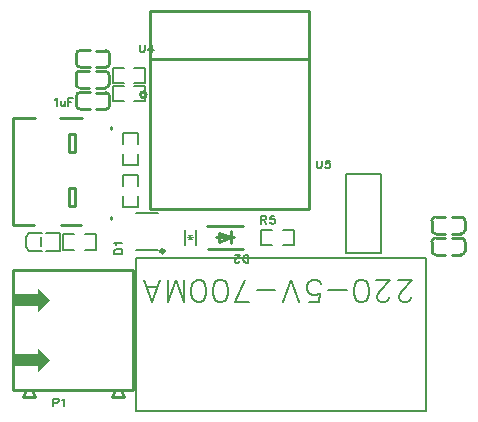
<source format=gto>
G04 Layer: TopSilkscreenLayer*
G04 EasyEDA Pro v2.2.32.3, 2024-10-30 17:40:40*
G04 Gerber Generator version 0.3*
G04 Scale: 100 percent, Rotated: No, Reflected: No*
G04 Dimensions in millimeters*
G04 Leading zeros omitted, absolute positions, 3 integers and 5 decimals*
%FSLAX35Y35*%
%MOMM*%
%ADD10C,0.1524*%
%ADD11C,0.2032*%
%ADD12C,0.254*%
%ADD13C,0.13*%
%ADD14C,0.1*%
%ADD15C,0.15001*%
%ADD16C,0.1359*%
%ADD17C,0.127*%
%ADD18C,0.3*%
G75*


G04 Text Start*
G54D10*
G01X-1473500Y1331937D02*
G01X-1467404Y1335239D01*
G01X-1458006Y1344383D01*
G01X-1458006Y1279359D01*
G01X-1427780Y1322793D02*
G01X-1427780Y1291805D01*
G01X-1424732Y1282407D01*
G01X-1418636Y1279359D01*
G01X-1409238Y1279359D01*
G01X-1403142Y1282407D01*
G01X-1393744Y1291805D01*
G01X-1393744Y1322793D02*
G01X-1393744Y1279359D01*
G01X-1363518Y1344383D02*
G01X-1363518Y1279359D01*
G01X-1363518Y1344383D02*
G01X-1323386Y1344383D01*
G01X-1363518Y1313395D02*
G01X-1338880Y1313395D01*
G01X-973944Y26681D02*
G01X-908920Y26681D01*
G01X-973944Y26681D02*
G01X-973944Y48271D01*
G01X-970896Y57669D01*
G01X-964800Y63765D01*
G01X-958450Y66813D01*
G01X-949306Y70115D01*
G01X-933812Y70115D01*
G01X-924414Y66813D01*
G01X-918318Y63765D01*
G01X-911968Y57669D01*
G01X-908920Y48271D01*
G01X-908920Y26681D01*
G01X-961498Y100341D02*
G01X-964800Y106437D01*
G01X-973944Y115581D01*
G01X-908920Y115581D01*
G01X159271Y-49187D02*
G01X159271Y15837D01*
G01X159271Y-49187D02*
G01X137681Y-49187D01*
G01X128283Y-46139D01*
G01X122187Y-40043D01*
G01X119139Y-33693D01*
G01X115837Y-24549D01*
G01X115837Y-9055D01*
G01X119139Y343D01*
G01X122187Y6439D01*
G01X128283Y12789D01*
G01X137681Y15837D01*
G01X159271Y15837D01*
G01X82563Y-33693D02*
G01X82563Y-36741D01*
G01X79515Y-43091D01*
G01X76467Y-46139D01*
G01X70371Y-49187D01*
G01X57925Y-49187D01*
G01X51575Y-46139D01*
G01X48527Y-43091D01*
G01X45479Y-36741D01*
G01X45479Y-30645D01*
G01X48527Y-24549D01*
G01X54877Y-15151D01*
G01X85611Y15837D01*
G01X42431Y15837D01*
G01X-1490980Y-1201166D02*
G01X-1490980Y-1266190D01*
G01X-1490980Y-1201166D02*
G01X-1463040Y-1201166D01*
G01X-1453896Y-1204214D01*
G01X-1450848Y-1207262D01*
G01X-1447546Y-1213612D01*
G01X-1447546Y-1222756D01*
G01X-1450848Y-1228852D01*
G01X-1453896Y-1232154D01*
G01X-1463040Y-1235202D01*
G01X-1490980Y-1235202D01*
G01X-1417320Y-1213612D02*
G01X-1411224Y-1210310D01*
G01X-1402080Y-1201166D01*
G01X-1402080Y-1266190D01*
G01X267891Y345714D02*
G01X267891Y280690D01*
G01X267891Y345714D02*
G01X295831Y345714D01*
G01X304975Y342666D01*
G01X308023Y339618D01*
G01X311325Y333268D01*
G01X311325Y327172D01*
G01X308023Y321076D01*
G01X304975Y318028D01*
G01X295831Y314726D01*
G01X267891Y314726D01*
G01X289481Y314726D02*
G01X311325Y280690D01*
G01X378635Y345714D02*
G01X347647Y345714D01*
G01X344599Y318028D01*
G01X347647Y321076D01*
G01X356791Y324124D01*
G01X366189Y324124D01*
G01X375587Y321076D01*
G01X381683Y314726D01*
G01X384731Y305582D01*
G01X384731Y299232D01*
G01X381683Y290088D01*
G01X375587Y283738D01*
G01X366189Y280690D01*
G01X356791Y280690D01*
G01X347647Y283738D01*
G01X344599Y287040D01*
G01X341551Y293136D01*
G01X-760082Y1797533D02*
G01X-760082Y1751051D01*
G01X-757034Y1741907D01*
G01X-750684Y1735557D01*
G01X-741540Y1732509D01*
G01X-735190Y1732509D01*
G01X-726046Y1735557D01*
G01X-719950Y1741907D01*
G01X-716648Y1751051D01*
G01X-716648Y1797533D01*
G01X-655688Y1797533D02*
G01X-686422Y1754353D01*
G01X-640194Y1754353D01*
G01X-655688Y1797533D02*
G01X-655688Y1732509D01*
G01X736623Y815475D02*
G01X736623Y768993D01*
G01X739671Y759849D01*
G01X746021Y753499D01*
G01X755165Y750451D01*
G01X761515Y750451D01*
G01X770659Y753499D01*
G01X776755Y759849D01*
G01X780057Y768993D01*
G01X780057Y815475D01*
G01X847367Y815475D02*
G01X816379Y815475D01*
G01X813331Y787789D01*
G01X816379Y790837D01*
G01X825523Y793885D01*
G01X834921Y793885D01*
G01X844319Y790837D01*
G01X850415Y784487D01*
G01X853463Y775343D01*
G01X853463Y768993D01*
G01X850415Y759849D01*
G01X844319Y753499D01*
G01X834921Y750451D01*
G01X825523Y750451D01*
G01X816379Y753499D01*
G01X813331Y756801D01*
G01X810283Y762897D01*
G54D11*
G01X1538484Y-337547D02*
G01X1538484Y-346437D01*
G01X1529594Y-363709D01*
G01X1520958Y-372599D01*
G01X1503432Y-381235D01*
G01X1468634Y-381235D01*
G01X1451108Y-372599D01*
G01X1442472Y-363709D01*
G01X1433582Y-346437D01*
G01X1433582Y-328911D01*
G01X1442472Y-311385D01*
G01X1459744Y-285223D01*
G01X1547120Y-198101D01*
G01X1424946Y-198101D01*
G01X1354080Y-337547D02*
G01X1354080Y-346437D01*
G01X1345190Y-363709D01*
G01X1336554Y-372599D01*
G01X1319028Y-381235D01*
G01X1284230Y-381235D01*
G01X1266704Y-372599D01*
G01X1258068Y-363709D01*
G01X1249178Y-346437D01*
G01X1249178Y-328911D01*
G01X1258068Y-311385D01*
G01X1275340Y-285223D01*
G01X1362716Y-198101D01*
G01X1240542Y-198101D01*
G01X1125988Y-381235D02*
G01X1152150Y-372599D01*
G01X1169676Y-346437D01*
G01X1178312Y-302749D01*
G01X1178312Y-276587D01*
G01X1169676Y-232899D01*
G01X1152150Y-206737D01*
G01X1125988Y-198101D01*
G01X1108462Y-198101D01*
G01X1082300Y-206737D01*
G01X1064774Y-232899D01*
G01X1056138Y-276587D01*
G01X1056138Y-302749D01*
G01X1064774Y-346437D01*
G01X1082300Y-372599D01*
G01X1108462Y-381235D01*
G01X1125988Y-381235D01*
G01X993908Y-276587D02*
G01X836682Y-276587D01*
G01X669804Y-381235D02*
G01X756926Y-381235D01*
G01X765816Y-302749D01*
G01X756926Y-311385D01*
G01X730764Y-320275D01*
G01X704602Y-320275D01*
G01X678440Y-311385D01*
G01X660914Y-294113D01*
G01X652278Y-267697D01*
G01X652278Y-250425D01*
G01X660914Y-224263D01*
G01X678440Y-206737D01*
G01X704602Y-198101D01*
G01X730764Y-198101D01*
G01X756926Y-206737D01*
G01X765816Y-215373D01*
G01X774452Y-232899D01*
G01X590048Y-381235D02*
G01X520198Y-198101D01*
G01X450348Y-381235D02*
G01X520198Y-198101D01*
G01X388118Y-276587D02*
G01X230892Y-276587D01*
G01X46488Y-381235D02*
G01X133864Y-198101D01*
G01X168662Y-381235D02*
G01X46488Y-381235D01*
G01X-68066Y-381235D02*
G01X-41904Y-372599D01*
G01X-24378Y-346437D01*
G01X-15742Y-302749D01*
G01X-15742Y-276587D01*
G01X-24378Y-232899D01*
G01X-41904Y-206737D01*
G01X-68066Y-198101D01*
G01X-85592Y-198101D01*
G01X-111754Y-206737D01*
G01X-129280Y-232899D01*
G01X-137916Y-276587D01*
G01X-137916Y-302749D01*
G01X-129280Y-346437D01*
G01X-111754Y-372599D01*
G01X-85592Y-381235D01*
G01X-68066Y-381235D01*
G01X-252470Y-381235D02*
G01X-226308Y-372599D01*
G01X-208782Y-346437D01*
G01X-200146Y-302749D01*
G01X-200146Y-276587D01*
G01X-208782Y-232899D01*
G01X-226308Y-206737D01*
G01X-252470Y-198101D01*
G01X-269996Y-198101D01*
G01X-296158Y-206737D01*
G01X-313684Y-232899D01*
G01X-322320Y-276587D01*
G01X-322320Y-302749D01*
G01X-313684Y-346437D01*
G01X-296158Y-372599D01*
G01X-269996Y-381235D01*
G01X-252470Y-381235D01*
G01X-384550Y-381235D02*
G01X-384550Y-198101D01*
G01X-384550Y-381235D02*
G01X-454400Y-198101D01*
G01X-524250Y-381235D02*
G01X-454400Y-198101D01*
G01X-524250Y-381235D02*
G01X-524250Y-198101D01*
G01X-656330Y-381235D02*
G01X-586480Y-198101D01*
G01X-656330Y-381235D02*
G01X-726180Y-198101D01*
G01X-612642Y-259061D02*
G01X-700018Y-259061D01*
G04 Text End*

G04 PolygonModel Start*
G54D12*
G01X-669999Y1677899D02*
G01X-669999Y2082116D01*
G01X673100Y2082116D01*
G01X673100Y1677899D01*
G01X-1020183Y1541936D02*
G01X-1020183Y1461934D01*
G01X-1131159Y1572922D02*
G01X-1051161Y1572922D01*
G01X-1131159Y1430956D02*
G01X-1051161Y1430956D01*
G01X-1188748Y1573503D02*
G01X-1268748Y1573503D01*
G01X-1299731Y1542520D02*
G01X-1299731Y1462523D01*
G01X-1188748Y1431543D02*
G01X-1268748Y1431543D01*
G01X-1299736Y1542520D02*
G02X-1268753Y1573503I30983J0D01*
G01X-1268753Y1431538D02*
G02X-1299736Y1462523I0J30983D01*
G01X-1051166Y1572922D02*
G02X-1020183Y1541936I0J-30983D01*
G01X-1020183Y1461939D02*
G02X-1051166Y1430956I-30983J0D01*
G01X-1016698Y1716377D02*
G01X-1016698Y1636375D01*
G01X-1127674Y1747363D02*
G01X-1047676Y1747363D01*
G01X-1127674Y1605397D02*
G01X-1047676Y1605397D01*
G01X-1185263Y1747944D02*
G01X-1265263Y1747944D01*
G01X-1296246Y1716961D02*
G01X-1296246Y1636964D01*
G01X-1185263Y1605984D02*
G01X-1265263Y1605984D01*
G01X-1296251Y1716961D02*
G02X-1265268Y1747944I30983J0D01*
G01X-1265268Y1605979D02*
G02X-1296251Y1636964I0J30983D01*
G01X-1047681Y1747363D02*
G02X-1016698Y1716377I0J-30983D01*
G01X-1016698Y1636380D02*
G02X-1047681Y1605397I-30983J0D01*
G01X-1016698Y1360777D02*
G01X-1016698Y1280775D01*
G01X-1127674Y1391763D02*
G01X-1047676Y1391763D01*
G01X-1127674Y1249797D02*
G01X-1047676Y1249797D01*
G01X-1185263Y1392344D02*
G01X-1265263Y1392344D01*
G01X-1296246Y1361361D02*
G01X-1296246Y1281364D01*
G01X-1185263Y1250384D02*
G01X-1265263Y1250384D01*
G01X-1296251Y1361361D02*
G02X-1265268Y1392344I30983J0D01*
G01X-1265268Y1250379D02*
G02X-1296251Y1281364I0J30983D01*
G01X-1047681Y1391763D02*
G02X-1016698Y1360777I0J-30983D01*
G01X-1016698Y1280780D02*
G02X-1047681Y1249797I-30983J0D01*
G01X1993202Y128877D02*
G01X1993202Y48875D01*
G01X1882226Y159863D02*
G01X1962224Y159863D01*
G01X1882226Y17897D02*
G01X1962224Y17897D01*
G01X1824637Y160444D02*
G01X1744637Y160444D01*
G01X1713654Y129461D02*
G01X1713654Y49464D01*
G01X1824637Y18484D02*
G01X1744637Y18484D01*
G01X1713649Y129461D02*
G02X1744632Y160444I30983J0D01*
G01X1744632Y18479D02*
G02X1713649Y49464I0J30983D01*
G01X1962219Y159863D02*
G02X1993202Y128877I0J-30983D01*
G01X1993202Y48880D02*
G02X1962219Y17897I-30983J0D01*
G01X1993202Y306677D02*
G01X1993202Y226675D01*
G01X1882226Y337663D02*
G01X1962224Y337663D01*
G01X1882226Y195697D02*
G01X1962224Y195697D01*
G01X1824637Y338244D02*
G01X1744637Y338244D01*
G01X1713654Y307261D02*
G01X1713654Y227264D01*
G01X1824637Y196284D02*
G01X1744637Y196284D01*
G01X1713649Y307261D02*
G02X1744632Y338244I30983J0D01*
G01X1744632Y196279D02*
G02X1713649Y227264I0J30983D01*
G01X1962219Y337663D02*
G02X1993202Y306677I0J-30983D01*
G01X1993202Y226680D02*
G02X1962219Y195697I-30983J0D01*
G54D10*
G01X-609580Y369819D02*
G01X-787420Y369819D01*
G01X-609580Y61981D02*
G01X-787420Y61981D01*
G54D12*
G01X113904Y70447D02*
G01X-186096Y70447D01*
G01X112568Y258415D02*
G01X-187432Y258415D01*
G01X38100Y165100D02*
G01X-114300Y165100D01*
G01X12700Y114300D02*
G01X12700Y215900D01*
G01X-88900Y205740D02*
G01X12700Y165100D01*
G01X-88900Y124460D02*
G01X-88900Y205740D01*
G01X12700Y165100D02*
G01X-88900Y124460D01*
G54D13*
G01X-280200Y230101D02*
G01X-280200Y100099D01*
G01X-380200Y230101D02*
G01X-380200Y100099D01*
G54D14*
G01X-307340Y165100D02*
G01X-355600Y165100D01*
G36*
G01X-330200Y165100D02*
G01X-302260Y142240D01*
G01X-358140Y142240D01*
G01X-330200Y165100D01*
G37*
G36*
G01X-330200Y165100D02*
G01X-358140Y187960D01*
G01X-302260Y187960D01*
G01X-330200Y165100D01*
G37*
G54D15*
G01X-1550756Y202656D02*
G01X-1435750Y202656D01*
G01X-1550756Y52644D02*
G01X-1435750Y52644D01*
G01X-1435750Y202651D02*
G01X-1435750Y54653D01*
G01X-1588757Y52415D02*
G01X-1693769Y52415D01*
G01X-1723763Y92426D02*
G01X-1723763Y82423D01*
G01X-1723763Y82423D02*
G01X-1693769Y52415D01*
G01X-1723763Y162418D02*
G01X-1723763Y92426D01*
G01X-1723763Y162418D02*
G01X-1723763Y172433D01*
G01X-1723763Y172433D02*
G01X-1693769Y202428D01*
G01X-1588757Y202428D02*
G01X-1693769Y202428D01*
G36*
G01X-1604790Y166997D02*
G01X-1604790Y86998D01*
G01X-1584795Y86998D01*
G01X-1584795Y166997D01*
G01X-1604790Y166997D01*
G37*
G54D12*
G01X-1833753Y-114300D02*
G01X-1833753Y-1127684D01*
G01X-894999Y-1190300D02*
G01X-920003Y-1130300D01*
G01X-994999Y-1190300D02*
G01X-894999Y-1190300D01*
G01X-969993Y-1130300D02*
G01X-994999Y-1190300D01*
G01X-1720002Y-1130300D02*
G01X-1745000Y-1190300D01*
G01X-1745000Y-1190300D02*
G01X-1644998Y-1190300D01*
G01X-1644998Y-1190300D02*
G01X-1669989Y-1130300D01*
G01X-817753Y-114300D02*
G01X-817753Y-1127684D01*
G01X-817753Y-114300D02*
G01X-1833753Y-114300D01*
G01X-818007Y-1130300D02*
G01X-1834007Y-1130300D01*
G36*
G01X-1819999Y-922299D02*
G01X-1819999Y-822300D01*
G01X-1619999Y-822300D01*
G01X-1619999Y-772300D01*
G01X-1519999Y-872299D01*
G01X-1619999Y-972299D01*
G01X-1619999Y-922299D01*
G01X-1819999Y-922299D01*
G37*
G36*
G01X-1819999Y-414299D02*
G01X-1819999Y-314300D01*
G01X-1619999Y-314300D01*
G01X-1619999Y-264300D01*
G01X-1519999Y-364299D01*
G01X-1619999Y-464299D01*
G01X-1619999Y-414299D01*
G01X-1819999Y-414299D01*
G37*
G54D10*
G01X-904260Y516179D02*
G01X-904260Y420291D01*
G01X-904260Y420291D02*
G01X-772140Y420291D01*
G01X-772140Y420291D02*
G01X-772140Y516179D01*
G01X-904260Y601421D02*
G01X-904260Y697309D01*
G01X-904260Y697309D02*
G01X-772140Y697309D01*
G01X-772140Y697309D02*
G01X-772140Y601421D01*
G01X-772140Y957021D02*
G01X-772140Y1052909D01*
G01X-772140Y1052909D02*
G01X-904260Y1052909D01*
G01X-904260Y1052909D02*
G01X-904260Y957021D01*
G01X-772140Y871779D02*
G01X-772140Y775891D01*
G01X-772140Y775891D02*
G01X-904260Y775891D01*
G01X-904260Y775891D02*
G01X-904260Y871779D01*
G01X449021Y99040D02*
G01X544909Y99040D01*
G01X544909Y99040D02*
G01X544909Y231160D01*
G01X544909Y231160D02*
G01X449021Y231160D01*
G01X363779Y99040D02*
G01X267891Y99040D01*
G01X267891Y99040D02*
G01X267891Y231160D01*
G01X267891Y231160D02*
G01X363779Y231160D01*
G01X-1227379Y60940D02*
G01X-1131491Y60940D01*
G01X-1131491Y60940D02*
G01X-1131491Y193060D01*
G01X-1131491Y193060D02*
G01X-1227379Y193060D01*
G01X-1312621Y60940D02*
G01X-1408509Y60940D01*
G01X-1408509Y60940D02*
G01X-1408509Y193060D01*
G01X-1408509Y193060D02*
G01X-1312621Y193060D01*
G01X-808279Y1470640D02*
G01X-712391Y1470640D01*
G01X-712391Y1470640D02*
G01X-712391Y1602760D01*
G01X-712391Y1602760D02*
G01X-808279Y1602760D01*
G01X-893521Y1470640D02*
G01X-989409Y1470640D01*
G01X-989409Y1470640D02*
G01X-989409Y1602760D01*
G01X-989409Y1602760D02*
G01X-893521Y1602760D01*
G01X-893521Y1450360D02*
G01X-989409Y1450360D01*
G01X-989409Y1450360D02*
G01X-989409Y1318240D01*
G01X-989409Y1318240D02*
G01X-893521Y1318240D01*
G01X-808279Y1450360D02*
G01X-712391Y1450360D01*
G01X-712391Y1450360D02*
G01X-712391Y1318240D01*
G01X-712391Y1318240D02*
G01X-808279Y1318240D01*
G54D12*
G01X669999Y1677899D02*
G01X-669999Y1677899D01*
G01X-669999Y1677899D02*
G01X-669999Y1322898D01*
G01X669999Y407901D02*
G01X669999Y1677899D01*
G01X-669999Y1327899D02*
G01X-669999Y407901D01*
G01X-669999Y407901D02*
G01X669999Y407901D01*
G54D10*
G01X985858Y35679D02*
G01X985858Y700921D01*
G01X985858Y700921D02*
G01X1280137Y700921D01*
G01X1280137Y700921D02*
G01X1280137Y35679D01*
G01X1280137Y35679D02*
G01X985858Y35679D01*
G54D12*
G01X-1434031Y1173198D02*
G01X-1251013Y1173198D01*
G01X-1654035Y269202D02*
G01X-1830276Y269202D01*
G01X-1830276Y269202D02*
G01X-1830276Y1173198D01*
G01X-1830276Y1173198D02*
G01X-1649021Y1173198D01*
G01X-1256027Y269202D02*
G01X-1429017Y269202D01*
G01X-1004278Y337200D02*
G01X-1004278Y324965D01*
G01X-1004278Y1085200D02*
G01X-1004278Y1097435D01*
G54D17*
G01X1662608Y-1306347D02*
G01X-787400Y-1306347D01*
G01X-787400Y-1306347D02*
G01X-787400Y-6350D01*
G01X-787400Y-6350D02*
G01X1662608Y-6350D01*
G01X1662608Y-6350D02*
G01X1662608Y-1306347D01*

G04 Rect Start*
G54D12*
G01X-1355090Y1041400D02*
G01X-1304290Y1041400D01*
G01X-1304290Y889000D01*
G01X-1355090Y889000D01*
G01X-1355090Y1041400D01*
G01X-1355090Y584200D02*
G01X-1304290Y584200D01*
G01X-1304290Y431800D01*
G01X-1355090Y431800D01*
G01X-1355090Y584200D01*
G04 Rect End*

G04 Circle Start*
G54D18*
G01X-583362Y49073D02*
G03X-553339Y49073I15011J0D01*
G03X-583362Y49073I-15011J0D01*
G54D12*
G01X-755002Y1372900D02*
G03X-705015Y1372900I24994J0D01*
G03X-755002Y1372900I-24994J0D01*
G04 Circle End*

M02*


</source>
